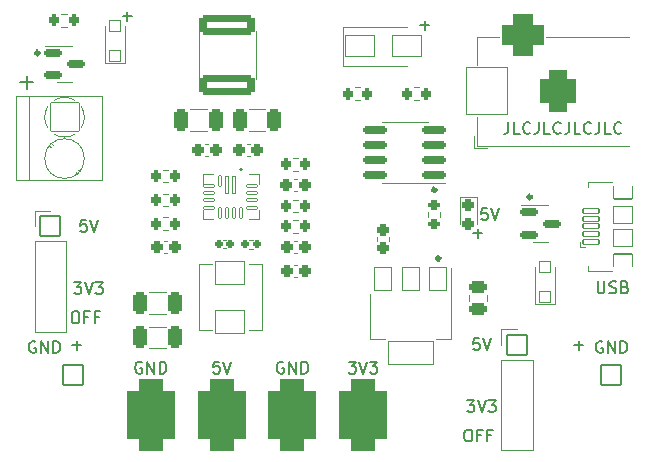
<source format=gto>
%TF.GenerationSoftware,KiCad,Pcbnew,(6.0.2)*%
%TF.CreationDate,2022-03-18T23:14:24+01:00*%
%TF.ProjectId,prova-buck,70726f76-612d-4627-9563-6b2e6b696361,rev?*%
%TF.SameCoordinates,Original*%
%TF.FileFunction,Legend,Top*%
%TF.FilePolarity,Positive*%
%FSLAX46Y46*%
G04 Gerber Fmt 4.6, Leading zero omitted, Abs format (unit mm)*
G04 Created by KiCad (PCBNEW (6.0.2)) date 2022-03-18 23:14:24*
%MOMM*%
%LPD*%
G01*
G04 APERTURE LIST*
G04 Aperture macros list*
%AMRoundRect*
0 Rectangle with rounded corners*
0 $1 Rounding radius*
0 $2 $3 $4 $5 $6 $7 $8 $9 X,Y pos of 4 corners*
0 Add a 4 corners polygon primitive as box body*
4,1,4,$2,$3,$4,$5,$6,$7,$8,$9,$2,$3,0*
0 Add four circle primitives for the rounded corners*
1,1,$1+$1,$2,$3*
1,1,$1+$1,$4,$5*
1,1,$1+$1,$6,$7*
1,1,$1+$1,$8,$9*
0 Add four rect primitives between the rounded corners*
20,1,$1+$1,$2,$3,$4,$5,0*
20,1,$1+$1,$4,$5,$6,$7,0*
20,1,$1+$1,$6,$7,$8,$9,0*
20,1,$1+$1,$8,$9,$2,$3,0*%
%AMFreePoly0*
4,1,14,0.460355,0.185355,0.660355,-0.014645,0.675000,-0.050000,0.675000,-0.150000,0.660355,-0.185355,0.625000,-0.200000,-0.425000,-0.200000,-0.460355,-0.185355,-0.475000,-0.150000,-0.475000,0.150000,-0.460355,0.185355,-0.425000,0.200000,0.425000,0.200000,0.460355,0.185355,0.460355,0.185355,$1*%
G04 Aperture macros list end*
%ADD10C,0.160000*%
%ADD11C,0.310000*%
%ADD12C,0.120000*%
%ADD13C,0.650000*%
%ADD14RoundRect,0.300000X0.325000X0.650000X-0.325000X0.650000X-0.325000X-0.650000X0.325000X-0.650000X0*%
%ADD15RoundRect,0.275000X0.225000X0.250000X-0.225000X0.250000X-0.225000X-0.250000X0.225000X-0.250000X0*%
%ADD16RoundRect,0.275000X-0.225000X-0.250000X0.225000X-0.250000X0.225000X0.250000X-0.225000X0.250000X0*%
%ADD17RoundRect,0.190000X-0.140000X-0.170000X0.140000X-0.170000X0.140000X0.170000X-0.140000X0.170000X0*%
%ADD18RoundRect,0.050000X-1.200000X1.200000X-1.200000X-1.200000X1.200000X-1.200000X1.200000X1.200000X0*%
%ADD19C,2.500000*%
%ADD20RoundRect,0.050000X-1.250000X0.950000X-1.250000X-0.950000X1.250000X-0.950000X1.250000X0.950000X0*%
%ADD21RoundRect,0.250000X-0.200000X-0.275000X0.200000X-0.275000X0.200000X0.275000X-0.200000X0.275000X0*%
%ADD22RoundRect,0.250000X0.200000X0.275000X-0.200000X0.275000X-0.200000X-0.275000X0.200000X-0.275000X0*%
%ADD23RoundRect,0.300000X-0.325000X-0.650000X0.325000X-0.650000X0.325000X0.650000X-0.325000X0.650000X0*%
%ADD24C,0.296000*%
%ADD25RoundRect,0.200000X-0.587500X-0.150000X0.587500X-0.150000X0.587500X0.150000X-0.587500X0.150000X0*%
%ADD26RoundRect,0.050000X-0.850000X-0.850000X0.850000X-0.850000X0.850000X0.850000X-0.850000X0.850000X0*%
%ADD27O,1.800000X1.800000*%
%ADD28FreePoly0,270.000000*%
%ADD29RoundRect,0.050000X-0.100000X0.750000X-0.100000X-0.750000X0.100000X-0.750000X0.100000X0.750000X0*%
%ADD30RoundRect,0.050000X-0.100000X0.450000X-0.100000X-0.450000X0.100000X-0.450000X0.100000X0.450000X0*%
%ADD31RoundRect,0.050000X-0.450000X0.100000X-0.450000X-0.100000X0.450000X-0.100000X0.450000X0.100000X0*%
%ADD32RoundRect,0.050000X1.750000X2.000000X-1.750000X2.000000X-1.750000X-2.000000X1.750000X-2.000000X0*%
%ADD33RoundRect,0.800000X0.750000X1.000000X-0.750000X1.000000X-0.750000X-1.000000X0.750000X-1.000000X0*%
%ADD34RoundRect,0.925000X0.875000X0.875000X-0.875000X0.875000X-0.875000X-0.875000X0.875000X-0.875000X0*%
%ADD35RoundRect,0.050000X-1.250000X-0.900000X1.250000X-0.900000X1.250000X0.900000X-1.250000X0.900000X0*%
%ADD36RoundRect,0.268750X-0.256250X0.218750X-0.256250X-0.218750X0.256250X-0.218750X0.256250X0.218750X0*%
%ADD37RoundRect,0.050000X0.775000X-0.750000X0.775000X0.750000X-0.775000X0.750000X-0.775000X-0.750000X0*%
%ADD38RoundRect,0.050000X0.775000X-0.600000X0.775000X0.600000X-0.775000X0.600000X-0.775000X-0.600000X0*%
%ADD39O,1.650000X0.990000*%
%ADD40O,1.050000X1.350000*%
%ADD41RoundRect,0.050000X0.675000X-0.200000X0.675000X0.200000X-0.675000X0.200000X-0.675000X-0.200000X0*%
%ADD42RoundRect,0.050000X-0.750000X1.000000X-0.750000X-1.000000X0.750000X-1.000000X0.750000X1.000000X0*%
%ADD43RoundRect,0.050000X-1.900000X1.000000X-1.900000X-1.000000X1.900000X-1.000000X1.900000X1.000000X0*%
%ADD44RoundRect,0.250000X-0.275000X0.200000X-0.275000X-0.200000X0.275000X-0.200000X0.275000X0.200000X0*%
%ADD45RoundRect,0.050000X0.500000X-0.500000X0.500000X0.500000X-0.500000X0.500000X-0.500000X-0.500000X0*%
%ADD46RoundRect,1.050000X1.000000X2.000000X-1.000000X2.000000X-1.000000X-2.000000X1.000000X-2.000000X0*%
%ADD47RoundRect,1.050000X-1.000000X-2.000000X1.000000X-2.000000X1.000000X2.000000X-1.000000X2.000000X0*%
%ADD48RoundRect,0.185000X0.135000X0.185000X-0.135000X0.185000X-0.135000X-0.185000X0.135000X-0.185000X0*%
%ADD49RoundRect,0.300000X0.475000X-0.250000X0.475000X0.250000X-0.475000X0.250000X-0.475000X-0.250000X0*%
%ADD50RoundRect,0.320491X-2.029509X0.554509X-2.029509X-0.554509X2.029509X-0.554509X2.029509X0.554509X0*%
%ADD51RoundRect,0.200000X0.825000X0.150000X-0.825000X0.150000X-0.825000X-0.150000X0.825000X-0.150000X0*%
%ADD52RoundRect,0.275000X0.250000X-0.225000X0.250000X0.225000X-0.250000X0.225000X-0.250000X-0.225000X0*%
%ADD53RoundRect,0.050000X0.850000X0.850000X-0.850000X0.850000X-0.850000X-0.850000X0.850000X-0.850000X0*%
G04 APERTURE END LIST*
D10*
X136230000Y-89150000D02*
G75*
G03*
X136230000Y-89150000I-80000J0D01*
G01*
D11*
X119055000Y-79300000D02*
G75*
G03*
X119055000Y-79300000I-155000J0D01*
G01*
X160755000Y-91500000D02*
G75*
G03*
X160755000Y-91500000I-155000J0D01*
G01*
X153005000Y-96700000D02*
G75*
G03*
X153005000Y-96700000I-155000J0D01*
G01*
X152655000Y-90900000D02*
G75*
G03*
X152655000Y-90900000I-155000J0D01*
G01*
D10*
X127738095Y-105500000D02*
X127642857Y-105452380D01*
X127500000Y-105452380D01*
X127357142Y-105500000D01*
X127261904Y-105595238D01*
X127214285Y-105690476D01*
X127166666Y-105880952D01*
X127166666Y-106023809D01*
X127214285Y-106214285D01*
X127261904Y-106309523D01*
X127357142Y-106404761D01*
X127500000Y-106452380D01*
X127595238Y-106452380D01*
X127738095Y-106404761D01*
X127785714Y-106357142D01*
X127785714Y-106023809D01*
X127595238Y-106023809D01*
X128214285Y-106452380D02*
X128214285Y-105452380D01*
X128785714Y-106452380D01*
X128785714Y-105452380D01*
X129261904Y-106452380D02*
X129261904Y-105452380D01*
X129500000Y-105452380D01*
X129642857Y-105500000D01*
X129738095Y-105595238D01*
X129785714Y-105690476D01*
X129833333Y-105880952D01*
X129833333Y-106023809D01*
X129785714Y-106214285D01*
X129738095Y-106309523D01*
X129642857Y-106404761D01*
X129500000Y-106452380D01*
X129261904Y-106452380D01*
X126119047Y-76221428D02*
X126880952Y-76221428D01*
X126500000Y-76602380D02*
X126500000Y-75840476D01*
X122011904Y-98702380D02*
X122630952Y-98702380D01*
X122297619Y-99083333D01*
X122440476Y-99083333D01*
X122535714Y-99130952D01*
X122583333Y-99178571D01*
X122630952Y-99273809D01*
X122630952Y-99511904D01*
X122583333Y-99607142D01*
X122535714Y-99654761D01*
X122440476Y-99702380D01*
X122154761Y-99702380D01*
X122059523Y-99654761D01*
X122011904Y-99607142D01*
X122916666Y-98702380D02*
X123250000Y-99702380D01*
X123583333Y-98702380D01*
X123821428Y-98702380D02*
X124440476Y-98702380D01*
X124107142Y-99083333D01*
X124250000Y-99083333D01*
X124345238Y-99130952D01*
X124392857Y-99178571D01*
X124440476Y-99273809D01*
X124440476Y-99511904D01*
X124392857Y-99607142D01*
X124345238Y-99654761D01*
X124250000Y-99702380D01*
X123964285Y-99702380D01*
X123869047Y-99654761D01*
X123821428Y-99607142D01*
X139738095Y-105500000D02*
X139642857Y-105452380D01*
X139500000Y-105452380D01*
X139357142Y-105500000D01*
X139261904Y-105595238D01*
X139214285Y-105690476D01*
X139166666Y-105880952D01*
X139166666Y-106023809D01*
X139214285Y-106214285D01*
X139261904Y-106309523D01*
X139357142Y-106404761D01*
X139500000Y-106452380D01*
X139595238Y-106452380D01*
X139738095Y-106404761D01*
X139785714Y-106357142D01*
X139785714Y-106023809D01*
X139595238Y-106023809D01*
X140214285Y-106452380D02*
X140214285Y-105452380D01*
X140785714Y-106452380D01*
X140785714Y-105452380D01*
X141261904Y-106452380D02*
X141261904Y-105452380D01*
X141500000Y-105452380D01*
X141642857Y-105500000D01*
X141738095Y-105595238D01*
X141785714Y-105690476D01*
X141833333Y-105880952D01*
X141833333Y-106023809D01*
X141785714Y-106214285D01*
X141738095Y-106309523D01*
X141642857Y-106404761D01*
X141500000Y-106452380D01*
X141261904Y-106452380D01*
X151319047Y-76971428D02*
X152080952Y-76971428D01*
X151700000Y-77352380D02*
X151700000Y-76590476D01*
X157009523Y-92452380D02*
X156533333Y-92452380D01*
X156485714Y-92928571D01*
X156533333Y-92880952D01*
X156628571Y-92833333D01*
X156866666Y-92833333D01*
X156961904Y-92880952D01*
X157009523Y-92928571D01*
X157057142Y-93023809D01*
X157057142Y-93261904D01*
X157009523Y-93357142D01*
X156961904Y-93404761D01*
X156866666Y-93452380D01*
X156628571Y-93452380D01*
X156533333Y-93404761D01*
X156485714Y-93357142D01*
X157342857Y-92452380D02*
X157676190Y-93452380D01*
X158009523Y-92452380D01*
X118738095Y-103750000D02*
X118642857Y-103702380D01*
X118500000Y-103702380D01*
X118357142Y-103750000D01*
X118261904Y-103845238D01*
X118214285Y-103940476D01*
X118166666Y-104130952D01*
X118166666Y-104273809D01*
X118214285Y-104464285D01*
X118261904Y-104559523D01*
X118357142Y-104654761D01*
X118500000Y-104702380D01*
X118595238Y-104702380D01*
X118738095Y-104654761D01*
X118785714Y-104607142D01*
X118785714Y-104273809D01*
X118595238Y-104273809D01*
X119214285Y-104702380D02*
X119214285Y-103702380D01*
X119785714Y-104702380D01*
X119785714Y-103702380D01*
X120261904Y-104702380D02*
X120261904Y-103702380D01*
X120500000Y-103702380D01*
X120642857Y-103750000D01*
X120738095Y-103845238D01*
X120785714Y-103940476D01*
X120833333Y-104130952D01*
X120833333Y-104273809D01*
X120785714Y-104464285D01*
X120738095Y-104559523D01*
X120642857Y-104654761D01*
X120500000Y-104702380D01*
X120261904Y-104702380D01*
X166738095Y-103750000D02*
X166642857Y-103702380D01*
X166500000Y-103702380D01*
X166357142Y-103750000D01*
X166261904Y-103845238D01*
X166214285Y-103940476D01*
X166166666Y-104130952D01*
X166166666Y-104273809D01*
X166214285Y-104464285D01*
X166261904Y-104559523D01*
X166357142Y-104654761D01*
X166500000Y-104702380D01*
X166595238Y-104702380D01*
X166738095Y-104654761D01*
X166785714Y-104607142D01*
X166785714Y-104273809D01*
X166595238Y-104273809D01*
X167214285Y-104702380D02*
X167214285Y-103702380D01*
X167785714Y-104702380D01*
X167785714Y-103702380D01*
X168261904Y-104702380D02*
X168261904Y-103702380D01*
X168500000Y-103702380D01*
X168642857Y-103750000D01*
X168738095Y-103845238D01*
X168785714Y-103940476D01*
X168833333Y-104130952D01*
X168833333Y-104273809D01*
X168785714Y-104464285D01*
X168738095Y-104559523D01*
X168642857Y-104654761D01*
X168500000Y-104702380D01*
X168261904Y-104702380D01*
X155297619Y-111202380D02*
X155488095Y-111202380D01*
X155583333Y-111250000D01*
X155678571Y-111345238D01*
X155726190Y-111535714D01*
X155726190Y-111869047D01*
X155678571Y-112059523D01*
X155583333Y-112154761D01*
X155488095Y-112202380D01*
X155297619Y-112202380D01*
X155202380Y-112154761D01*
X155107142Y-112059523D01*
X155059523Y-111869047D01*
X155059523Y-111535714D01*
X155107142Y-111345238D01*
X155202380Y-111250000D01*
X155297619Y-111202380D01*
X156488095Y-111678571D02*
X156154761Y-111678571D01*
X156154761Y-112202380D02*
X156154761Y-111202380D01*
X156630952Y-111202380D01*
X157345238Y-111678571D02*
X157011904Y-111678571D01*
X157011904Y-112202380D02*
X157011904Y-111202380D01*
X157488095Y-111202380D01*
X155275249Y-108709409D02*
X155894297Y-108709409D01*
X155560964Y-109090362D01*
X155703821Y-109090362D01*
X155799059Y-109137981D01*
X155846678Y-109185600D01*
X155894297Y-109280838D01*
X155894297Y-109518933D01*
X155846678Y-109614171D01*
X155799059Y-109661790D01*
X155703821Y-109709409D01*
X155418106Y-109709409D01*
X155322868Y-109661790D01*
X155275249Y-109614171D01*
X156180011Y-108709409D02*
X156513345Y-109709409D01*
X156846678Y-108709409D01*
X157084773Y-108709409D02*
X157703821Y-108709409D01*
X157370487Y-109090362D01*
X157513345Y-109090362D01*
X157608583Y-109137981D01*
X157656202Y-109185600D01*
X157703821Y-109280838D01*
X157703821Y-109518933D01*
X157656202Y-109614171D01*
X157608583Y-109661790D01*
X157513345Y-109709409D01*
X157227630Y-109709409D01*
X157132392Y-109661790D01*
X157084773Y-109614171D01*
X164369047Y-104071428D02*
X165130952Y-104071428D01*
X164750000Y-104452380D02*
X164750000Y-103690476D01*
X166338095Y-98652380D02*
X166338095Y-99461904D01*
X166385714Y-99557142D01*
X166433333Y-99604761D01*
X166528571Y-99652380D01*
X166719047Y-99652380D01*
X166814285Y-99604761D01*
X166861904Y-99557142D01*
X166909523Y-99461904D01*
X166909523Y-98652380D01*
X167338095Y-99604761D02*
X167480952Y-99652380D01*
X167719047Y-99652380D01*
X167814285Y-99604761D01*
X167861904Y-99557142D01*
X167909523Y-99461904D01*
X167909523Y-99366666D01*
X167861904Y-99271428D01*
X167814285Y-99223809D01*
X167719047Y-99176190D01*
X167528571Y-99128571D01*
X167433333Y-99080952D01*
X167385714Y-99033333D01*
X167338095Y-98938095D01*
X167338095Y-98842857D01*
X167385714Y-98747619D01*
X167433333Y-98700000D01*
X167528571Y-98652380D01*
X167766666Y-98652380D01*
X167909523Y-98700000D01*
X168671428Y-99128571D02*
X168814285Y-99176190D01*
X168861904Y-99223809D01*
X168909523Y-99319047D01*
X168909523Y-99461904D01*
X168861904Y-99557142D01*
X168814285Y-99604761D01*
X168719047Y-99652380D01*
X168338095Y-99652380D01*
X168338095Y-98652380D01*
X168671428Y-98652380D01*
X168766666Y-98700000D01*
X168814285Y-98747619D01*
X168861904Y-98842857D01*
X168861904Y-98938095D01*
X168814285Y-99033333D01*
X168766666Y-99080952D01*
X168671428Y-99128571D01*
X168338095Y-99128571D01*
X122034274Y-101195351D02*
X122224750Y-101195351D01*
X122319988Y-101242971D01*
X122415226Y-101338209D01*
X122462845Y-101528685D01*
X122462845Y-101862018D01*
X122415226Y-102052494D01*
X122319988Y-102147732D01*
X122224750Y-102195351D01*
X122034274Y-102195351D01*
X121939035Y-102147732D01*
X121843797Y-102052494D01*
X121796178Y-101862018D01*
X121796178Y-101528685D01*
X121843797Y-101338209D01*
X121939035Y-101242971D01*
X122034274Y-101195351D01*
X123224750Y-101671542D02*
X122891416Y-101671542D01*
X122891416Y-102195351D02*
X122891416Y-101195351D01*
X123367607Y-101195351D01*
X124081893Y-101671542D02*
X123748559Y-101671542D01*
X123748559Y-102195351D02*
X123748559Y-101195351D01*
X124224750Y-101195351D01*
X117428571Y-81807142D02*
X118571428Y-81807142D01*
X118000000Y-82378571D02*
X118000000Y-81235714D01*
X134309523Y-105452380D02*
X133833333Y-105452380D01*
X133785714Y-105928571D01*
X133833333Y-105880952D01*
X133928571Y-105833333D01*
X134166666Y-105833333D01*
X134261904Y-105880952D01*
X134309523Y-105928571D01*
X134357142Y-106023809D01*
X134357142Y-106261904D01*
X134309523Y-106357142D01*
X134261904Y-106404761D01*
X134166666Y-106452380D01*
X133928571Y-106452380D01*
X133833333Y-106404761D01*
X133785714Y-106357142D01*
X134642857Y-105452380D02*
X134976190Y-106452380D01*
X135309523Y-105452380D01*
X123059523Y-93452380D02*
X122583333Y-93452380D01*
X122535714Y-93928571D01*
X122583333Y-93880952D01*
X122678571Y-93833333D01*
X122916666Y-93833333D01*
X123011904Y-93880952D01*
X123059523Y-93928571D01*
X123107142Y-94023809D01*
X123107142Y-94261904D01*
X123059523Y-94357142D01*
X123011904Y-94404761D01*
X122916666Y-94452380D01*
X122678571Y-94452380D01*
X122583333Y-94404761D01*
X122535714Y-94357142D01*
X123392857Y-93452380D02*
X123726190Y-94452380D01*
X124059523Y-93452380D01*
X121869047Y-104071428D02*
X122630952Y-104071428D01*
X122250000Y-104452380D02*
X122250000Y-103690476D01*
X145261904Y-105452380D02*
X145880952Y-105452380D01*
X145547619Y-105833333D01*
X145690476Y-105833333D01*
X145785714Y-105880952D01*
X145833333Y-105928571D01*
X145880952Y-106023809D01*
X145880952Y-106261904D01*
X145833333Y-106357142D01*
X145785714Y-106404761D01*
X145690476Y-106452380D01*
X145404761Y-106452380D01*
X145309523Y-106404761D01*
X145261904Y-106357142D01*
X146166666Y-105452380D02*
X146500000Y-106452380D01*
X146833333Y-105452380D01*
X147071428Y-105452380D02*
X147690476Y-105452380D01*
X147357142Y-105833333D01*
X147500000Y-105833333D01*
X147595238Y-105880952D01*
X147642857Y-105928571D01*
X147690476Y-106023809D01*
X147690476Y-106261904D01*
X147642857Y-106357142D01*
X147595238Y-106404761D01*
X147500000Y-106452380D01*
X147214285Y-106452380D01*
X147119047Y-106404761D01*
X147071428Y-106357142D01*
X156322868Y-103459409D02*
X155846678Y-103459409D01*
X155799059Y-103935600D01*
X155846678Y-103887981D01*
X155941916Y-103840362D01*
X156180011Y-103840362D01*
X156275249Y-103887981D01*
X156322868Y-103935600D01*
X156370487Y-104030838D01*
X156370487Y-104268933D01*
X156322868Y-104364171D01*
X156275249Y-104411790D01*
X156180011Y-104459409D01*
X155941916Y-104459409D01*
X155846678Y-104411790D01*
X155799059Y-104364171D01*
X156656202Y-103459409D02*
X156989535Y-104459409D01*
X157322868Y-103459409D01*
X155819047Y-94571428D02*
X156580952Y-94571428D01*
X156200000Y-94952380D02*
X156200000Y-94190476D01*
X158780952Y-85152380D02*
X158780952Y-85866666D01*
X158733333Y-86009523D01*
X158638095Y-86104761D01*
X158495238Y-86152380D01*
X158400000Y-86152380D01*
X159733333Y-86152380D02*
X159257142Y-86152380D01*
X159257142Y-85152380D01*
X160638095Y-86057142D02*
X160590476Y-86104761D01*
X160447619Y-86152380D01*
X160352380Y-86152380D01*
X160209523Y-86104761D01*
X160114285Y-86009523D01*
X160066666Y-85914285D01*
X160019047Y-85723809D01*
X160019047Y-85580952D01*
X160066666Y-85390476D01*
X160114285Y-85295238D01*
X160209523Y-85200000D01*
X160352380Y-85152380D01*
X160447619Y-85152380D01*
X160590476Y-85200000D01*
X160638095Y-85247619D01*
X161352380Y-85152380D02*
X161352380Y-85866666D01*
X161304761Y-86009523D01*
X161209523Y-86104761D01*
X161066666Y-86152380D01*
X160971428Y-86152380D01*
X162304761Y-86152380D02*
X161828571Y-86152380D01*
X161828571Y-85152380D01*
X163209523Y-86057142D02*
X163161904Y-86104761D01*
X163019047Y-86152380D01*
X162923809Y-86152380D01*
X162780952Y-86104761D01*
X162685714Y-86009523D01*
X162638095Y-85914285D01*
X162590476Y-85723809D01*
X162590476Y-85580952D01*
X162638095Y-85390476D01*
X162685714Y-85295238D01*
X162780952Y-85200000D01*
X162923809Y-85152380D01*
X163019047Y-85152380D01*
X163161904Y-85200000D01*
X163209523Y-85247619D01*
X163923809Y-85152380D02*
X163923809Y-85866666D01*
X163876190Y-86009523D01*
X163780952Y-86104761D01*
X163638095Y-86152380D01*
X163542857Y-86152380D01*
X164876190Y-86152380D02*
X164400000Y-86152380D01*
X164400000Y-85152380D01*
X165780952Y-86057142D02*
X165733333Y-86104761D01*
X165590476Y-86152380D01*
X165495238Y-86152380D01*
X165352380Y-86104761D01*
X165257142Y-86009523D01*
X165209523Y-85914285D01*
X165161904Y-85723809D01*
X165161904Y-85580952D01*
X165209523Y-85390476D01*
X165257142Y-85295238D01*
X165352380Y-85200000D01*
X165495238Y-85152380D01*
X165590476Y-85152380D01*
X165733333Y-85200000D01*
X165780952Y-85247619D01*
X166495238Y-85152380D02*
X166495238Y-85866666D01*
X166447619Y-86009523D01*
X166352380Y-86104761D01*
X166209523Y-86152380D01*
X166114285Y-86152380D01*
X167447619Y-86152380D02*
X166971428Y-86152380D01*
X166971428Y-85152380D01*
X168352380Y-86057142D02*
X168304761Y-86104761D01*
X168161904Y-86152380D01*
X168066666Y-86152380D01*
X167923809Y-86104761D01*
X167828571Y-86009523D01*
X167780952Y-85914285D01*
X167733333Y-85723809D01*
X167733333Y-85580952D01*
X167780952Y-85390476D01*
X167828571Y-85295238D01*
X167923809Y-85200000D01*
X168066666Y-85152380D01*
X168161904Y-85152380D01*
X168304761Y-85200000D01*
X168352380Y-85247619D01*
D12*
X133236252Y-84090000D02*
X131813748Y-84090000D01*
X133236252Y-85910000D02*
X131813748Y-85910000D01*
X140915580Y-98260000D02*
X140634420Y-98260000D01*
X140915580Y-97240000D02*
X140634420Y-97240000D01*
X136609420Y-88010000D02*
X136890580Y-88010000D01*
X136609420Y-86990000D02*
X136890580Y-86990000D01*
X133390580Y-88010000D02*
X133109420Y-88010000D01*
X133390580Y-86990000D02*
X133109420Y-86990000D01*
X134642164Y-95140000D02*
X134857836Y-95140000D01*
X134642164Y-95860000D02*
X134857836Y-95860000D01*
X129634420Y-96260000D02*
X129915580Y-96260000D01*
X129634420Y-95240000D02*
X129915580Y-95240000D01*
X140915580Y-96260000D02*
X140634420Y-96260000D01*
X140915580Y-95240000D02*
X140634420Y-95240000D01*
X140609420Y-91010000D02*
X140890580Y-91010000D01*
X140609420Y-89990000D02*
X140890580Y-89990000D01*
X129811252Y-101410000D02*
X128388748Y-101410000D01*
X129811252Y-99590000D02*
X128388748Y-99590000D01*
X129811252Y-102490000D02*
X128388748Y-102490000D01*
X129811252Y-104310000D02*
X128388748Y-104310000D01*
X124360000Y-82940000D02*
X117100000Y-82940000D01*
X120259000Y-87105000D02*
X120131000Y-86976000D01*
X122269000Y-89525000D02*
X122141000Y-89396000D01*
X124360000Y-82940000D02*
X124360000Y-90060000D01*
X118200000Y-82940000D02*
X118200000Y-90060000D01*
X117100000Y-82940000D02*
X117100000Y-90060000D01*
X122475000Y-89320000D02*
X122381000Y-89226000D01*
X124360000Y-90060000D02*
X117100000Y-90060000D01*
X120019000Y-87275000D02*
X119926000Y-87181000D01*
X120309000Y-86175000D02*
G75*
G03*
X122090193Y-86175504I891000J1425003D01*
G01*
X122640001Y-85616000D02*
G75*
G03*
X122625358Y-83860106I-1439999J866000D01*
G01*
X119760000Y-83884000D02*
G75*
G03*
X119519901Y-84778674I1440014J-866003D01*
G01*
X122066000Y-83309999D02*
G75*
G03*
X120310106Y-83324642I-866000J-1439999D01*
G01*
X119520000Y-84750000D02*
G75*
G03*
X119775279Y-85640264I1679990J-3D01*
G01*
X122880000Y-88250000D02*
G75*
G03*
X122880000Y-88250000I-1680000J0D01*
G01*
X132550000Y-97200000D02*
X133700000Y-97200000D01*
X137950000Y-97200000D02*
X136800000Y-97200000D01*
X137950000Y-102800000D02*
X136800000Y-102800000D01*
X132550000Y-97200000D02*
X132550000Y-102800000D01*
X132550000Y-102800000D02*
X133700000Y-102800000D01*
X137950000Y-97200000D02*
X137950000Y-102800000D01*
X129512742Y-90272500D02*
X129987258Y-90272500D01*
X129512742Y-89227500D02*
X129987258Y-89227500D01*
X129987258Y-92272500D02*
X129512742Y-92272500D01*
X129987258Y-91227500D02*
X129512742Y-91227500D01*
X140987258Y-89272500D02*
X140512742Y-89272500D01*
X140987258Y-88227500D02*
X140512742Y-88227500D01*
X140512742Y-92772500D02*
X140987258Y-92772500D01*
X140512742Y-91727500D02*
X140987258Y-91727500D01*
X129987258Y-94272500D02*
X129512742Y-94272500D01*
X129987258Y-93227500D02*
X129512742Y-93227500D01*
X136788748Y-85910000D02*
X138211252Y-85910000D01*
X136788748Y-84090000D02*
X138211252Y-84090000D01*
X140987258Y-93477500D02*
X140512742Y-93477500D01*
X140987258Y-94522500D02*
X140512742Y-94522500D01*
X121200000Y-81810000D02*
X120550000Y-81810000D01*
X121200000Y-78690000D02*
X121850000Y-78690000D01*
X121200000Y-78690000D02*
X119525000Y-78690000D01*
X121200000Y-81810000D02*
X121850000Y-81810000D01*
X118670000Y-92670000D02*
X120000000Y-92670000D01*
X121330000Y-95270000D02*
X121330000Y-102950000D01*
X118670000Y-95270000D02*
X121330000Y-95270000D01*
X118670000Y-95270000D02*
X118670000Y-102950000D01*
X118670000Y-94000000D02*
X118670000Y-92670000D01*
X118670000Y-102950000D02*
X121330000Y-102950000D01*
X146237258Y-83272500D02*
X145762742Y-83272500D01*
X146237258Y-82227500D02*
X145762742Y-82227500D01*
X137650000Y-89600000D02*
X137650000Y-90400000D01*
X132950000Y-89600000D02*
X133750000Y-89600000D01*
X137550000Y-89600000D02*
X136850000Y-89600000D01*
X132950000Y-93400000D02*
X133750000Y-93400000D01*
X132950000Y-92600000D02*
X132950000Y-93400000D01*
X137650000Y-93400000D02*
X137650000Y-92600000D01*
X137550000Y-89600000D02*
X137650000Y-89600000D01*
X136850000Y-93400000D02*
X137650000Y-93400000D01*
X132950000Y-90400000D02*
X132950000Y-89600000D01*
X156100000Y-87150000D02*
X156100000Y-84750000D01*
X155900000Y-86300000D02*
X155900000Y-87350000D01*
X156950000Y-87350000D02*
X155900000Y-87350000D01*
X169000000Y-87150000D02*
X156100000Y-87150000D01*
X162000000Y-77950000D02*
X169000000Y-77950000D01*
X156100000Y-77950000D02*
X158000000Y-77950000D01*
X156100000Y-80350000D02*
X156100000Y-77950000D01*
X120937742Y-76027500D02*
X121412258Y-76027500D01*
X120937742Y-77072500D02*
X121412258Y-77072500D01*
X144800000Y-77100000D02*
X144800000Y-80400000D01*
X144800000Y-80400000D02*
X150200000Y-80400000D01*
X144800000Y-77100000D02*
X150200000Y-77100000D01*
X154665000Y-91515000D02*
X154665000Y-93800000D01*
X156135000Y-93800000D02*
X156135000Y-91515000D01*
X156135000Y-91515000D02*
X154665000Y-91515000D01*
X165540000Y-97760000D02*
X165540000Y-97340000D01*
X165310000Y-95760000D02*
X164860000Y-95760000D01*
X165540000Y-90240000D02*
X165540000Y-90660000D01*
X167520000Y-90240000D02*
X165540000Y-90240000D01*
X164860000Y-95310000D02*
X164860000Y-95760000D01*
X167520000Y-97760000D02*
X165540000Y-97760000D01*
X158170000Y-104000000D02*
X158170000Y-102670000D01*
X158170000Y-105270000D02*
X160830000Y-105270000D01*
X158170000Y-105270000D02*
X158170000Y-112950000D01*
X158170000Y-112950000D02*
X160830000Y-112950000D01*
X160830000Y-105270000D02*
X160830000Y-112950000D01*
X158170000Y-102670000D02*
X159500000Y-102670000D01*
X153910000Y-103510000D02*
X152650000Y-103510000D01*
X147090000Y-99750000D02*
X147090000Y-103510000D01*
X153910000Y-97500000D02*
X153910000Y-103510000D01*
X147090000Y-103510000D02*
X148350000Y-103510000D01*
X151237258Y-83272500D02*
X150762742Y-83272500D01*
X151237258Y-82227500D02*
X150762742Y-82227500D01*
X153022500Y-92762742D02*
X153022500Y-93237258D01*
X151977500Y-92762742D02*
X151977500Y-93237258D01*
X162750000Y-100600000D02*
X162750000Y-97450000D01*
X161050000Y-100600000D02*
X161050000Y-97450000D01*
X161050000Y-100600000D02*
X162750000Y-100600000D01*
X137153641Y-95120000D02*
X136846359Y-95120000D01*
X137153641Y-95880000D02*
X136846359Y-95880000D01*
X161500000Y-95310000D02*
X160850000Y-95310000D01*
X161500000Y-92190000D02*
X162150000Y-92190000D01*
X161500000Y-92190000D02*
X159825000Y-92190000D01*
X161500000Y-95310000D02*
X162150000Y-95310000D01*
X124650000Y-80200000D02*
X126350000Y-80200000D01*
X126350000Y-80200000D02*
X126350000Y-77050000D01*
X124650000Y-80200000D02*
X124650000Y-77050000D01*
X155465000Y-100311252D02*
X155465000Y-99788748D01*
X156935000Y-100311252D02*
X156935000Y-99788748D01*
X137375000Y-77447936D02*
X137375000Y-81552064D01*
X132625000Y-77447936D02*
X132625000Y-81552064D01*
X150000000Y-90310000D02*
X153450000Y-90310000D01*
X150000000Y-90310000D02*
X148050000Y-90310000D01*
X150000000Y-85190000D02*
X148050000Y-85190000D01*
X150000000Y-85190000D02*
X151950000Y-85190000D01*
X147690000Y-95190580D02*
X147690000Y-94909420D01*
X148710000Y-95190580D02*
X148710000Y-94909420D01*
%LPC*%
D13*
X162575000Y-111760000D02*
G75*
G03*
X162575000Y-111760000I-325000J0D01*
G01*
X124925000Y-111700000D02*
G75*
G03*
X124925000Y-111700000I-325000J0D01*
G01*
X168125000Y-79100000D02*
G75*
G03*
X168125000Y-79100000I-325000J0D01*
G01*
D14*
X134000000Y-85000000D03*
X131050000Y-85000000D03*
D15*
X141550000Y-97750000D03*
X140000000Y-97750000D03*
D16*
X135975000Y-87500000D03*
X137525000Y-87500000D03*
D15*
X134025000Y-87500000D03*
X132475000Y-87500000D03*
D17*
X134270000Y-95500000D03*
X135230000Y-95500000D03*
D16*
X129000000Y-95750000D03*
X130550000Y-95750000D03*
D15*
X141550000Y-95750000D03*
X140000000Y-95750000D03*
D16*
X139975000Y-90500000D03*
X141525000Y-90500000D03*
D14*
X130575000Y-100500000D03*
X127625000Y-100500000D03*
X130575000Y-103400000D03*
X127625000Y-103400000D03*
D18*
X121200000Y-84750000D03*
D19*
X121200000Y-88250000D03*
D20*
X135250000Y-97950000D03*
X135250000Y-102050000D03*
D21*
X128925000Y-89750000D03*
X130575000Y-89750000D03*
D22*
X130575000Y-91750000D03*
X128925000Y-91750000D03*
X141575000Y-88750000D03*
X139925000Y-88750000D03*
D21*
X139925000Y-92250000D03*
X141575000Y-92250000D03*
D22*
X130575000Y-93750000D03*
X128925000Y-93750000D03*
D23*
X136025000Y-85000000D03*
X138975000Y-85000000D03*
D22*
X141575000Y-94000000D03*
X139925000Y-94000000D03*
D24*
X162250000Y-111760000D03*
D25*
X120262500Y-79300000D03*
X120262500Y-81200000D03*
X122137500Y-80250000D03*
D26*
X120000000Y-94000000D03*
D27*
X120000000Y-96540000D03*
X120000000Y-99080000D03*
X120000000Y-101620000D03*
D22*
X146825000Y-82750000D03*
X145175000Y-82750000D03*
D28*
X136150000Y-90125000D03*
D29*
X135550000Y-90450000D03*
X134950000Y-90450000D03*
D30*
X134350000Y-90150000D03*
D31*
X133400000Y-90600000D03*
X133400000Y-91200000D03*
X133400000Y-91800000D03*
X133400000Y-92400000D03*
D30*
X134350000Y-92850000D03*
X134950000Y-92850000D03*
X135550000Y-92850000D03*
X136150000Y-92850000D03*
D31*
X137100000Y-92400000D03*
X137100000Y-91800000D03*
X137100000Y-91200000D03*
X137100000Y-90600000D03*
D32*
X157000000Y-82550000D03*
D33*
X163000000Y-82550000D03*
D34*
X160000000Y-77750000D03*
D21*
X120350000Y-76550000D03*
X122000000Y-76550000D03*
D35*
X146200000Y-78750000D03*
X150200000Y-78750000D03*
D36*
X155400000Y-92212500D03*
X155400000Y-93787500D03*
D37*
X168500000Y-93000000D03*
X168500000Y-95000000D03*
D38*
X168500000Y-91100000D03*
D39*
X168500000Y-90500000D03*
D38*
X168500000Y-96900000D03*
D39*
X168500000Y-97500000D03*
D40*
X165800000Y-96500000D03*
X165800000Y-91500000D03*
D41*
X165800000Y-92700000D03*
X165800000Y-93350000D03*
X165800000Y-94000000D03*
X165800000Y-94650000D03*
X165800000Y-95300000D03*
D26*
X159500000Y-104000000D03*
D27*
X159500000Y-106540000D03*
X159500000Y-109080000D03*
X159500000Y-111620000D03*
D42*
X152800000Y-98450000D03*
X150500000Y-98450000D03*
D43*
X150500000Y-104750000D03*
D42*
X148200000Y-98450000D03*
D24*
X124600000Y-111700000D03*
D22*
X151825000Y-82750000D03*
X150175000Y-82750000D03*
D44*
X152500000Y-92175000D03*
X152500000Y-93825000D03*
D45*
X161900000Y-99950000D03*
X161900000Y-97450000D03*
D46*
X146500000Y-110000000D03*
D47*
X140500000Y-110000000D03*
D46*
X134500000Y-110000000D03*
D47*
X128500000Y-110000000D03*
D48*
X137510000Y-95500000D03*
X136490000Y-95500000D03*
D25*
X160562500Y-92800000D03*
X160562500Y-94700000D03*
X162437500Y-93750000D03*
D45*
X125500000Y-79550000D03*
X125500000Y-77050000D03*
D49*
X156200000Y-101000000D03*
X156200000Y-99100000D03*
D50*
X135000000Y-76975000D03*
X135000000Y-82025000D03*
D24*
X167800000Y-79100000D03*
D51*
X152475000Y-89655000D03*
X152475000Y-88385000D03*
X152475000Y-87115000D03*
X152475000Y-85845000D03*
X147525000Y-85845000D03*
X147525000Y-87115000D03*
X147525000Y-88385000D03*
X147525000Y-89655000D03*
D52*
X148200000Y-95825000D03*
X148200000Y-94275000D03*
D53*
X167500000Y-106580000D03*
D27*
X164960000Y-106580000D03*
X167500000Y-109120000D03*
X164960000Y-109120000D03*
X167500000Y-111660000D03*
X164960000Y-111660000D03*
D53*
X121960000Y-106580000D03*
D27*
X119420000Y-106580000D03*
X121960000Y-109120000D03*
X119420000Y-109120000D03*
X121960000Y-111660000D03*
X119420000Y-111660000D03*
M02*

</source>
